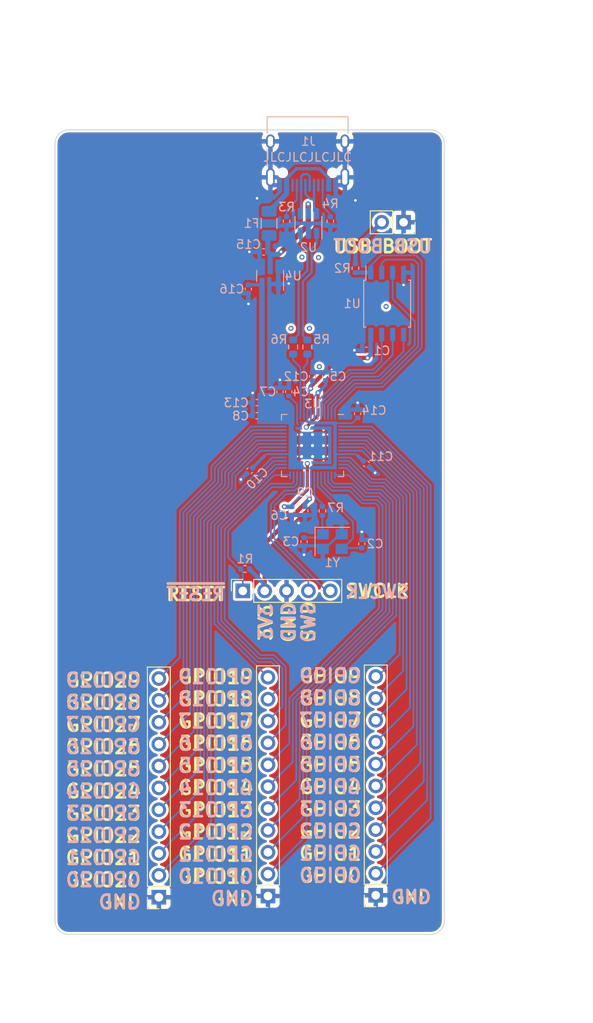
<source format=kicad_pcb>
(kicad_pcb (version 20211014) (generator pcbnew)
  (layers (0 "F.Cu" signal) (31 "B.Cu" signal) (34 "B.Paste" user) (35 "F.Paste" user) (36 "B.SilkS" user "B.Silkscreen") (37 "F.SilkS" user "F.Silkscreen") (38 "B.Mask" user) (39 "F.Mask" user) (44 "Edge.Cuts" user))
  (net 0 "")
  (net 1 "+3V3")
  (net 2 "GND")
  (net 3 "XTAL_IN")
  (net 4 "/XTAL_O")
  (net 5 "+1V1")
  (net 6 "+5V")
  (net 7 "VBUS")
  (net 8 "/CC1")
  (net 9 "D_USB_P")
  (net 10 "D_USB_N")
  (net 12 "/CC2")
  (net 14 "~{RESET}")
  (net 15 "SWD")
  (net 16 "SWCLK")
  (net 17 "/GPIO10")
  (net 18 "/GPIO11")
  (net 19 "/GPIO12")
  (net 20 "/GPIO13")
  (net 21 "/GPIO14")
  (net 22 "/GPIO15")
  (net 23 "/GPIO16")
  (net 24 "/GPIO17")
  (net 25 "/GPIO18")
  (net 26 "/GPIO19")
  (net 27 "/GPIO0")
  (net 28 "/GPIO1")
  (net 29 "/GPIO2")
  (net 30 "/GPIO3")
  (net 31 "/GPIO4")
  (net 32 "/GPIO5")
  (net 33 "/GPIO6")
  (net 34 "/GPIO7")
  (net 35 "/GPIO8")
  (net 36 "/GPIO9")
  (net 37 "/~{USB_BOOT}")
  (net 38 "CS")
  (net 39 "D_P")
  (net 40 "/D_+")
  (net 41 "D_N")
  (net 42 "/D_-")
  (net 43 "XTAL_OUT")
  (net 44 "SD1")
  (net 45 "SD2")
  (net 46 "SD0")
  (net 47 "QSPI_CLK")
  (net 48 "SD3")
  (net 49 "/GPIO20")
  (net 50 "/GPIO21")
  (net 51 "/GPIO22")
  (net 52 "/GPIO23")
  (net 53 "/GPIO24")
  (net 54 "/GPIO25")
  (net 55 "/GPIO26")
  (net 56 "/GPIO27")
  (net 57 "/GPIO28")
  (net 58 "/GPIO29")
  (footprint "Connector_PinSocket_2.54mm:PinSocket_1x11_P2.54mm_Vertical" (layer "F.Cu") (at 208.6995 119.275625 180)
    (fp_text reference "J5" hide)
    (fp_text value "Conn_01x11")
  )
  (footprint "Connector_PinSocket_2.54mm:PinSocket_1x11_P2.54mm_Vertical" (layer "F.Cu") (at 183.515 119.507 180)
    (fp_text reference "J3" hide)
    (fp_text value "Conn_01x11")
  )
  (footprint "Connector_PinSocket_2.54mm:PinSocket_1x05_P2.54mm_Vertical" (layer "F.Cu") (at 193.26225 83.931125 90)
    (fp_text reference "J2" hide)
    (fp_text value "SWD")
  )
  (footprint "Connector_PinSocket_2.54mm:PinSocket_1x02_P2.54mm_Vertical" (layer "F.Cu") (at 211.93125 41.132125 -90)
    (fp_text reference "SW1" hide)
    (fp_text value "SW_Push")
  )
  (footprint "Connector_PinSocket_2.54mm:PinSocket_1x11_P2.54mm_Vertical" (layer "F.Cu") (at 196.18325 119.364125 180)
    (fp_text reference "J4" hide)
    (fp_text value "Conn_01x11")
  )
  (footprint "Capacitor_SMD:C_0402_1005Metric" (layer "B.Cu") (at 198.59625 60.817125 90)
    (fp_text reference "C4")
    (fp_text value "1uF")
  )
  (footprint "Package_TO_SOT_SMD:SOT-23" (layer "B.Cu") (at 196.43675 47.368125 90)
    (fp_text reference "U4")
    (fp_text value "XC6206PxxxMR-Regulator_Linear")
  )
  (footprint "Resistor_SMD:R_0603_1608Metric" (layer "B.Cu") (at 199.10425 55.610125 -90)
    (fp_text reference "R6")
    (fp_text value "27R")
  )
  (footprint "Fuse:Fuse_1206_3216Metric" (layer "B.Cu") (at 196.31025 41.259125 -90)
    (fp_text reference "F1")
    (fp_text value "500mA")
  )
  (footprint "Resistor_SMD:R_0402_1005Metric" (layer "B.Cu") (at 198.34225 41.005125 -90)
    (fp_text reference "R3")
    (fp_text value "5k1")
  )
  (footprint "Resistor_SMD:R_0402_1005Metric" (layer "B.Cu") (at 203.42225 41.005125 -90)
    (fp_text reference "R4")
    (fp_text value "5k1")
  )
  (footprint "Capacitor_SMD:C_0402_1005Metric" (layer "B.Cu") (at 194.056 69.977 -135)
    (fp_text reference "C10")
    (fp_text value "100nF")
  )
  (footprint "Capacitor_SMD:C_0402_1005Metric" (layer "B.Cu") (at 197.58025 60.817125 90)
    (fp_text reference "C7")
    (fp_text value "1uF")
  )
  (footprint "Capacitor_SMD:C_0402_1005Metric" (layer "B.Cu") (at 193.89675 48.879125 90)
    (fp_text reference "C16")
    (fp_text value "1uF")
  )
  (footprint "Capacitor_SMD:C_0402_1005Metric" (layer "B.Cu") (at 201.362 59.023357 90)
    (fp_text reference "C12")
    (fp_text value "100nF")
  )
  (footprint "Capacitor_SMD:C_0402_1005Metric" (layer "B.Cu") (at 195.67475 44.574125)
    (fp_text reference "C15")
    (fp_text value "1uF")
  )
  (footprint "Capacitor_SMD:C_0402_1005Metric" (layer "B.Cu") (at 200.473 74.644357 -90)
    (fp_text reference "C9")
    (fp_text value "100nF")
  )
  (footprint "Capacitor_SMD:C_0402_1005Metric" (layer "B.Cu") (at 206.59725 63.357125 90)
    (fp_text reference "C14")
    (fp_text value "100nF")
  )
  (footprint "Package_TO_SOT_SMD:SOT-23-6" (layer "B.Cu") (at 200.88225 41.259125 90)
    (fp_text reference "U2")
    (fp_text value "USBLC6-2SC6")
  )
  (footprint "Capacitor_SMD:C_0402_1005Metric" (layer "B.Cu") (at 198.949 74.644357 -90)
    (fp_text reference "C6")
    (fp_text value "100nF")
  )
  (footprint "Resistor_SMD:R_0402_1005Metric" (layer "B.Cu") (at 206.34325 46.466125 -90)
    (fp_text reference "R2")
    (fp_text value "1k")
  )
  (footprint "Capacitor_SMD:C_0402_1005Metric" (layer "B.Cu") (at 202.886 59.023357 90)
    (fp_text reference "C5")
    (fp_text value "100nF")
  )
  (footprint "Capacitor_SMD:C_0402_1005Metric" (layer "B.Cu") (at 207.61325 55.991125 180)
    (fp_text reference "C1")
    (fp_text value "100nF")
  )
  (footprint "Capacitor_SMD:C_0402_1005Metric" (layer "B.Cu") (at 207.077 78.470125 -90)
    (fp_text reference "C2")
    (fp_text value "22pF")
  )
  (footprint "Capacitor_SMD:C_0402_1005Metric" (layer "B.Cu") (at 194.885 63.595357 180)
    (fp_text reference "C8")
    (fp_text value "100nF")
  )
  (footprint "Capacitor_SMD:C_0402_1005Metric" (layer "B.Cu") (at 200.37425 78.216125 90)
    (fp_text reference "C3")
    (fp_text value "22pF")
  )
  (footprint "Resistor_SMD:R_0603_1608Metric" (layer "B.Cu") (at 200.75525 55.610125 -90)
    (fp_text reference "R5")
    (fp_text value "27R")
  )
  (footprint "Sleep-Lib:RP2040-QFN-56" (layer "B.Cu") (at 201.362 67.056107 180)
    (fp_text reference "U3")
    (fp_text value "RP2040")
  )
  (footprint "Crystal:Crystal_SMD_3225-4Pin_3.2x2.5mm" (layer "B.Cu") (at 203.648 78.200357)
    (fp_text reference "Y1")
    (fp_text value "12MHz")
  )
  (footprint "Package_SO:SOIC-8_5.23x5.23mm_P1.27mm" (layer "B.Cu") (at 210.02625 50.574125 -90)
    (fp_text reference "U1")
    (fp_text value "W25Q128JVS")
  )
  (footprint "Resistor_SMD:R_0402_1005Metric" (layer "B.Cu") (at 193.51625 81.391125 180)
    (fp_text reference "R1")
    (fp_text value "10k")
  )
  (footprint "Capacitor_SMD:C_0402_1005Metric" (layer "B.Cu") (at 207.61325 69.199125 -45)
    (fp_text reference "C11")
    (fp_text value "100nF")
  )
  (footprint "Connector_USB:USB_C_Receptacle_HRO_TYPE-C-31-M-12" (layer "B.Cu") (at 200.787 32.781875)
    (fp_text reference "J1")
    (fp_text value "USB_C_Receptacle_USB2.0")
  )
  (footprint "Resistor_SMD:R_0402_1005Metric" (layer "B.Cu") (at 202.505 74.644357 90)
    (fp_text reference "R7")
    (fp_text value "1k")
  )
  (footprint "Capacitor_SMD:C_0402_1005Metric" (layer "B.Cu") (at 194.885 62.071357 180)
    (fp_text reference "C13")
    (fp_text value "100nF")
  )
  (gr_line (start 171.45 122.2375) (end 171.45 31.988125) (layer "Edge.Cuts") (width 0.1))
  (gr_arc (start 216.662 122.2375) (mid 216.197032 123.360032) (end 215.0745 123.825) (layer "Edge.Cuts") (width 0.1))
  (gr_line (start 215.0745 30.400625) (end 173.0375 30.400625) (layer "Edge.Cuts") (width 0.1))
  (gr_line (start 216.662 31.988125) (end 216.662 122.2375) (layer "Edge.Cuts") (width 0.1))
  (gr_arc (start 171.45 31.988125) (mid 171.914968 30.865593) (end 173.0375 30.400625) (layer "Edge.Cuts") (width 0.1))
  (gr_arc (start 173.0375 123.825) (mid 171.914968 123.360032) (end 171.45 122.2375) (layer "Edge.Cuts") (width 0.1))
  (gr_arc (start 215.0745 30.400625) (mid 216.197032 30.865593) (end 216.662 31.988125) (layer "Edge.Cuts") (width 0.1))
  (gr_line (start 173.0375 123.825) (end 215.0745 123.825) (layer "Edge.Cuts") (width 0.1))
  (gr_text "SWCLK" (at 208.88325 84.058125) (layer "B.SilkS") (effects (font (size 1.5 1.5) (thickness 0.3)) (justify mirror)))
  (gr_text "GPIO9\nGPIO8\nGPIO7\nGPIO6\nGPIO5\nGPIO4\nGPIO3\nGPIO2\nGPIO1\nGPIO0" (at 203.42225 105.394125) (layer "B.SilkS") (effects (font (size 1.6 1.6) (thickness 0.3)) (justify mirror)))
  (gr_text "GND" (at 212.82025 119.491125) (layer "B.SilkS") (effects (font (size 1.5 1.5) (thickness 0.3)) (justify mirror)))
  (gr_text "GND" (at 198.59625 87.487125 90) (layer "B.SilkS") (effects (font (size 1.5 1.5) (thickness 0.3)) (justify mirror)))
  (gr_text "GPIO19\nGPIO18\nGPIO17\nGPIO16\nGPIO15\nGPIO14\nGPIO13\nGPIO12\nGPIO11\nGPIO10\nGND" (at 194.65925 106.791125) (layer "B.SilkS") (effects (font (size 1.6 1.6) (thickness 0.3)) (justify left mirror)))
  (gr_text "3V3" (at 195.92925 87.487125 90) (layer "B.SilkS") (effects (font (size 1.5 1.5) (thickness 0.3)) (justify mirror)))
  (gr_text "SWD" (at 200.88225 87.614125 90) (layer "B.SilkS") (effects (font (size 1.5 1.5) (thickness 0.3)) (justify mirror)))
  (gr_text "USB BOOT" (at 209.51825 43.926125) (layer "B.SilkS") (effects (font (size 1.5 1.5) (thickness 0.3)) (justify mirror)))
  (gr_text "JLCJLCJLCJLC" (at 200.787 33.575625) (layer "B.SilkS") (effects (font (size 1 1))))
  (gr_text "~{RESET}" (at 187.80125 84.312125) (layer "B.SilkS") (effects (font (size 1.5 1.5) (thickness 0.3)) (justify mirror)))
  (gr_text "GPIO29\nGPIO28\nGPIO27\nGPIO26\nGPIO25\nGPIO24\nGPIO23\nGPIO22\nGPIO21\nGPIO20\nGND" (at 181.61 107.188) (layer "B.SilkS") (effects (font (size 1.6 1.6) (thickness 0.3)) (justify left mirror)))
  (gr_text "GND" (at 212.82025 119.491125) (layer "F.SilkS") (effects (font (size 1.5 1.5) (thickness 0.3))))
  (gr_text "GPIO19\nGPIO18\nGPIO17\nGPIO16\nGPIO15\nGPIO14\nGPIO13\nGPIO12\nGPIO11\nGPIO10\nGND" (at 194.65925 106.791125) (layer "F.SilkS") (effects (font (size 1.6 1.6) (thickness 0.3)) (justify right)))
  (gr_text "SWCLK" (at 208.88325 83.931125) (layer "F.SilkS") (effects (font (size 1.5 1.5) (thickness 0.3))))
  (gr_text "GND" (at 198.59625 87.614125 90) (layer "F.SilkS") (effects (font (size 1.5 1.5) (thickness 0.3))))
  (gr_text "3V3" (at 195.92925 87.614125 90) (layer "F.SilkS") (effects (font (size 1.5 1.5) (thickness 0.3))))
  (gr_text "~{RESET}" (at 187.80125 84.312125) (layer "F.SilkS") (effects (font (size 1.5 1.5) (thickness 0.3))))
  (gr_text "USB BOOT" (at 209.51825 43.926125) (layer "F.SilkS") (effects (font (size 1.5 1.5) (thickness 0.3))))
  (gr_text "SWD" (at 200.88225 87.487124 90) (layer "F.SilkS") (effects (font (size 1.5 1.5) (thickness 0.3))))
  (gr_text "GPIO29\nGPIO28\nGPIO27\nGPIO26\nGPIO25\nGPIO24\nGPIO23\nGPIO22\nGPIO21\nGPIO20\nGND" (at 181.61 107.188) (layer "F.SilkS") (effects (font (size 1.6 1.6) (thickness 0.3)) (justify right)))
  (gr_text "GPIO9\nGPIO8\nGPIO7\nGPIO6\nGPIO5\nGPIO4\nGPIO3\nGPIO2\nGPIO1\nGPIO0" (at 203.42225 105.394125) (layer "F.SilkS") (effects (font (size 1.6 1.6) (thickness 0.3))))
  (via (at 201.00925 53.451125) (size 0.6) (drill 0.3) (layers "F.Cu" "B.Cu") (net 0))
  (via (at 202.05065 45.221525) (size 0.6) (drill 0.3) (layers "F.Cu" "B.Cu") (net 0))
  (via (at 209.89925 50.911125) (size 0.6) (drill 0.3) (layers "F.Cu" "B.Cu") (net 0))
  (via (at 198.85025 53.451125) (size 0.6) (drill 0.3) (layers "F.Cu" "B.Cu") (net 0))
  (via (at 200.13075 45.170725) (size 0.6) (drill 0.3) (layers "F.Cu" "B.Cu") (net 0))
  (via (at 202.15225 57.896125) (size 0.6) (drill 0.3) (layers "F.Cu" "B.Cu") (net 0))
  (segment (start 201.00925 73.263125) (end 195.929261 78.343114) (width 0.5) (layer "F.Cu") (net 1))
  (segment (start 201.13625 60.182125) (end 204.43825 56.880125) (width 0.5) (layer "F.Cu") (net 1))
  (segment (start 204.43825 56.880125) (end 207.74025 56.880125) (width 0.5) (layer "F.Cu") (net 1))
  (segment (start 201.13625 60.436125) (end 201.13625 60.182125) (width 0.5) (layer "F.Cu") (net 1))
  (segment (start 195.929261 78.343114) (end 195.929261 78.343125) (width 0.5) (layer "F.Cu") (net 1))
  (segment (start 195.80225 78.470136) (end 195.80225 83.931125) (width 0.5) (layer "F.Cu") (net 1))
  (segment (start 195.929261 78.343125) (end 195.80225 78.470136) (width 0.5) (layer "F.Cu") (net 1))
  (via (at 207.74025 56.880125) (size 0.6) (drill 0.3) (layers "F.Cu" "B.Cu") (net 1))
  (via (at 201.13625 60.436125) (size 0.6) (drill 0.3) (layers "F.Cu" "B.Cu") (net 1))
  (via (at 201.00925 73.263125) (size 0.6) (drill 0.3) (layers "F.Cu" "B.Cu") (net 1))
  (segment (start 195.976893 68.056107) (end 195.722875 68.310125) (width 0.2) (layer "B.Cu") (net 1))
  (segment (start 195.48675 48.305625) (end 195.48675 61.005625) (width 0.635) (layer "B.Cu") (net 1))
  (segment (start 208.09325 55.991125) (end 208.09325 54.202125) (width 0.5) (layer "B.Cu") (net 1))
  (segment (start 201.13625 60.436125) (end 200.98385 60.588525) (width 0.2) (layer "B.Cu") (net 1))
  (segment (start 197.9245 68.056107) (end 195.976893 68.056107) (width 0.2) (layer "B.Cu") (net 1))
  (segment (start 199.162 63.618607) (end 198.762 63.218607) (width 0.2) (layer "B.Cu") (net 1))
  (segment (start 195.365 62.071357) (end 195.365 63.595357) (width 0.381) (layer "B.Cu") (net 1))
  (segment (start 201.162 70.493607) (end 201.162 69.764357) (width 0.2) (layer "B.Cu") (net 1))
  (segment (start 200.762 63.618607) (end 200.762 64.212357) (width 0.2) (layer "B.Cu") (net 1))
  (segment (start 195.80225 83.167125) (end 194.02625 81.391125) (width 0.5) (layer "B.Cu") (net 1))
  (segment (start 206.59725 68.255607) (end 206.39775 68.056107) (width 0.2) (layer "B.Cu") (net 1))
  (segment (start 201.162 73.110375) (end 201.162 70.493607) (width 0.2) (layer "B.Cu") (net 1))
  (segment (start 200.98385 60.588525) (end 200.98385 62.703507) (width 0.2) (layer "B.Cu") (net 1))
  (segment (start 197.9245 64.456107) (end 198.79375 64.456107) (width 0.2) (layer "B.Cu") (net 1))
  (segment (start 198.762 63.618607) (end 198.762 62.478875) (width 0.2) (layer "B.Cu") (net 1))
  (segment (start 201.13625 60.436125) (end 201.13625 60.024107) (width 0.2) (layer "B.Cu") (net 1))
  (segment (start 206.59725 68.255607) (end 206.641732 68.255607) (width 0.381) (layer "B.Cu") (net 1))
  (segment (start 199.162 64.144357) (end 199.162 63.618607) (width 0.2) (layer "B.Cu") (net 1))
  (segment (start 198.822 64.484357) (end 199.162 64.144357) (width 0.2) (layer "B.Cu") (net 1))
  (segment (start 201.162 63.618607) (end 201.162 64.474375) (width 0.2) (layer "B.Cu") (net 1))
  (segment (start 198.762 64.417357) (end 198.695 64.484357) (width 0.2) (layer "B.Cu") (net 1))
  (segment (start 195.66 63.595357) (end 195.365 63.595357) (width 0.381) (layer "B.Cu") (net 1))
  (segment (start 193.89675 48.371125) (end 195.42125 48.371125) (width 0.381) (layer "B.Cu") (net 1))
  (segment (start 201.00925 73.263125) (end 201.162 73.110375) (width 0.2) (layer "B.Cu") (net 1))
  (segment (start 201.13625 60.024107) (end 201.362 59.798357) (width 0.2) (layer "B.Cu") (net 1))
  (segment (start 195.80225 83.931125) (end 195.80225 83.167125) (width 0.5) (layer "B.Cu") (net 1))
  (segment (start 197.9245 64.456107) (end 196.52075 64.456107) (width 0.2) (layer "B.Cu") (net 1))
  (segment (start 198.762 63.618607) (end 198.762 64.417357) (width 0.2) (layer "B.Cu") (net 1))
  (segment (start 197.9245 68.056107) (end 198.80625 68.056107) (width 0.2) (layer "B.Cu") (net 1))
  (segment (start 203.632232 64.456107) (end 203.54925 64.373125) (width 0.2) (layer "B.Cu") (net 1))
  (segment (start 204.7995 68.056107) (end 204.04475 68.056107) (width 0.2) (layer "B.Cu") (net 1))
  (segment (start 207.74025 56.880125) (end 208.09325 56.527125) (width 0.5) (layer "B.Cu") (net 1))
  (segment (start 201.162 62.887357) (end 201.162 63.618607) (width 0.2) (layer "B.Cu") (net 1))
  (segment (start 205.978268 64.456107) (end 206.59725 63.837125) (width 0.2) (layer "B.Cu") (net 1))
  (segment (start 204.7995 64.456107) (end 203.632232 64.456107) (width 0.2) (layer "B.Cu") (net 1))
  (segment (start 208.09325 56.527125) (end 208.09325 55.991125) (width 0.5) (layer "B.Cu") (net 1))
  (segment (start 196.52075 64.456107) (end 195.66 63.595357) (width 0.2) (layer "B.Cu") (net 1))
  (segment (start 201.162 64.474375) (end 201.13625 64.500125) (width 0.2) (layer "B.Cu") (net 1))
  (segment (start 200.981 62.706357) (end 201.162 62.887357) (width 0.2) (layer "B.Cu") (net 1))
  (segment (start 206.641732 68.255607) (end 207.23225 68.846125) (width 0.381) (layer "B.Cu") (net 1))
  (segment (start 204.04475 68.056107) (end 204.029 68.040357) (width 0.2) (layer "B.Cu") (net 1))
  (segment (start 200.98385 62.703507) (end 200.981 62.706357) (width 0.2) (layer "B.Cu") (net 1))
  (segment (start 200.473 73.799375) (end 200.473 74.164357) (width 0.5) (layer "B.Cu") (net 1))
  (segment (start 201.00925 73.263125) (end 200.473 73.799375) (width 0.5) (layer "B.Cu") (net 1))
  (segment (start 197.58025 61.297125) (end 195.53475 61.297125) (width 0.5) (layer "B.Cu") (net 1))
  (segment (start 198.762 62.478875) (end 197.58025 61.297125) (width 0.2) (layer "B.Cu") (net 1))
  (segment (start 200.762 63.618607) (end 200.762 62.925357) (width 0.2) (layer "B.Cu") (net 1))
  (segment (start 195.722875 68.310125) (end 194.395411 69.637589) (width 0.381) (layer "B.Cu") (net 1))
  (segment (start 204.7995 64.456107) (end 205.978268 64.456107) (width 0.2) (layer "B.Cu") (net 1))
  (segment (start 206.39775 68.056107) (end 204.7995 68.056107) (width 0.2) (layer "B.Cu") (net 1))
  (segment (start 198.79375 64.456107) (end 198.822 64.484357) (width 0.2) (layer "B.Cu") (net 1))
  (segment (start 200.762 62.925357) (end 200.981 62.706357) (width 0.2) (layer "B.Cu") (net 1))
  (segment (start 200.087 65.781107) (end 202.637 65.781107) (width 0.635) (layer "F.Cu") (net 2))
  (segment (start 200.087 68.331107) (end 200.087 65.781107) (width 0.635) (layer "F.Cu") (net 2))
  (segment (start 202.637 68.331107) (end 202.637 65.781107) (width 0.635) (layer "F.Cu") (net 2))
  (segment (start 200.387 68.031107) (end 200.087 68.331107) (width 0.635) (layer "F.Cu") (net 2))
  (segment (start 200.087 67.056107) (end 202.637 67.056107) (width 0.635) (layer "F.Cu") (net 2))
  (segment (start 202.637 68.331107) (end 202.337 68.031107) (width 0.635) (layer "F.Cu") (net 2))
  (segment (start 201.362 65.781107) (end 201.362 68.331107) (width 0.635) (layer "F.Cu") (net 2))
  (segment (start 202.337 68.031107) (end 200.387 68.031107) (width 0.635) (layer "F.Cu") (net 2))
  (via (at 206.59725 62.087125) (size 0.6) (drill 0.3) (layers "F.Cu" "B.Cu") (net 2))
  (via (at 197.58025 59.420125) (size 0.6) (drill 0.3) (layers "F.Cu" "B.Cu") (net 2))
  (via (at 198.59625 48.244125) (size 0.6) (drill 0.3) (layers "F.Cu" "B.Cu") (net 2))
  (via (at 199.73925 76.057125) (size 0.6) (drill 0.3) (layers "F.Cu" "B.Cu") (net 2))
  (via (at 194.40525 60.944125) (size 0.6) (drill 0.3) (layers "F.Cu" "B.Cu") (net 2))
  (via (at 193.92265 50.606325) (size 0.6) (drill 0.3) (layers "F.Cu" "B.Cu") (net 2))
  (via (at 206.34325 38.592125) (size 0.6) (drill 0.3) (layers "F.Cu" "B.Cu") (net 2))
  (via (at 211.93125 48.415125) (size 0.6) (drill 0.3) (layers "F.Cu" "B.Cu") (net 2))
  (via (at 207.077 77.073125) (size 0.6) (drill 0.3) (layers "F.Cu" "B.Cu") (net 2))
  (via (at 194.91325 38.338125) (size 0.6) (drill 0.3) (layers "F.Cu" "B.Cu") (net 2))
  (via (at 194.02425 44.561125) (size 0.6) (drill 0.3) (layers "F.Cu" "B.Cu") (net 2))
  (via (at 206.21625 55.991125) (size 0.6) (drill 0.3) (layers "F.Cu" "B.Cu") (net 2))
  (via (at 200.37425 79.740125) (size 0.6) (drill 0.3) (layers "F.Cu" "B.Cu") (net 2))
  (via (at 208.62925 70.215125) (size 0.6) (drill 0.3) (layers "F.Cu" "B.Cu") (net 2))
  (via (at 193.04 70.993) (size 0.6) (drill 0.3) (layers "F.Cu" "B.Cu") (net 2))
  (segment (start 198.59825 41.259125) (end 198.34225 41.515125) (width 0.381) (layer "B.Cu") (net 2))
  (segment (start 207.13325 55.991125) (end 206.21625 55.991125) (width 0.5) (layer "B.Cu") (net 2))
  (segment (start 194.405 62.071357) (end 194.405 63.595357) (width 0.381) (layer "B.Cu") (net 2))
  (segment (start 204.81925 38.592125) (end 206.34325 38.592125) (width 0.381) (layer "B.Cu") (net 2))
  (segment (start 200.407249 41.259125) (end 203.16625 41.259125) (width 0.381) (layer "B.Cu") (net 2))
  (segment (start 207.077 76.365351) (end 207.077 77.073125) (width 0.2) (layer "B.Cu") (net 2))
  (segment (start 200.88225 41.259125) (end 200.88225 41.734126) (width 0.381) (layer "B.Cu") (net 2))
  (segment (start 204.037 37.809875) (end 204.81925 38.592125) (width 0.381) (layer "B.Cu") (net 2))
  (segment (start 204.037 36.826875) (end 204.037 37.809875) (width 0.381) (layer "B.Cu") (net 2))
  (segment (start 193.04 70.993) (end 193.716589 70.316411) (width 0.2) (layer "B.Cu") (net 2))
  (segment (start 196.94525 38.211125) (end 196.81825 38.338125) (width 0.381) (layer "B.Cu") (net 2))
  (segment (start 200.88225 41.734126) (end 200.407249 41.259125) (width 0.381) (layer "B.Cu") (net 2))
  (segment (start 197.537 37.619375) (end 196.94525 38.211125) (width 0.381) (layer "B.Cu") (net 2))
  (segment (start 193.89675 49.359125) (end 193.89675 50.580425) (width 0.381) (layer "B.Cu") (net 2))
  (segment (start 195.19475 44.574125) (end 194.03725 44.574125) (width 0.5) (layer "B.Cu") (net 2))
  (segment (start 200.88225 42.396625) (end 200.88225 41.734126) (width 0.381) (layer "B.Cu") (net 2))
  (segment (start 197.38675 48.305625) (end 198.53475 48.305625) (width 0.5) (layer "B.Cu") (net 2))
  (segment (start 197.58025 60.337125) (end 197.58025 59.420125) (width 0.2) (layer "B.Cu") (net 2))
  (segment (start 200.88225 41.734126) (end 201.357251 41.259125) (width 0.381) (layer "B.Cu") (net 2))
  (segment (start 203.16625 41.259125) (end 203.42225 41.515125) (width 0.381) (layer "B.Cu") (net 2))
  (segment (start 202.794978 79.050357) (end 204.494978 77.350357) (width 0.254) (layer "B.Cu") (net 2))
  (segment (start 202.362 71.650351) (end 207.077 76.365351) (width 0.2) (layer "B.Cu") (net 2))
  (segment (start 194.03725 44.574125) (end 194.02425 44.561125) (width 0.5) (layer "B.Cu") (net 2))
  (segment (start 197.537 36.826875) (end 197.537 37.619375) (width 0.381) (layer "B.Cu") (net 2))
  (segment (start 200.407249 41.259125) (end 198.59825 41.259125) (width 0.381) (layer "B.Cu") (net 2))
  (segment (start 200.37425 78.696125) (end 200.37425 79.740125) (width 0.381) (layer "B.Cu") (net 2))
  (segment (start 202.362 70.493607) (end 202.362 71.650351) (width 0.2) (layer "B.Cu") (net 2))
  (segment (start 194.40525 60.944125) (end 194.40525 62.071107) (width 0.381) (layer "B.Cu") (net 2))
  (segment (start 200.37425 78.696125) (end 202.193768 78.696125) (width 0.381) (layer "B.Cu") (net 2))
  (segment (start 206.59725 62.877125) (end 206.59725 62.087125) (width 0.381) (layer "B.Cu") (net 2))
  (segment (start 207.952661 69.538536) (end 208.62925 70.215125) (width 0.381) (layer "B.Cu") (net 2))
  (segment (start 211.93125 46.974125) (end 211.93125 48.415125) (width 0.381) (layer "B.Cu") (net 2))
  (segment (start 193.89675 50.580425) (end 193.92265 50.606325) (width 0.381) (layer "B.Cu") (net 2))
  (segment (start 196.81825 38.338125) (end 194.91325 38.338125) (width 0.381) (layer "B.Cu") (net 2))
  (segment (start 202.886 58.543357) (end 201.362 58.543357) (width 0.5) (layer "B.Cu") (net 2))
  (segment (start 198.53475 48.305625) (end 198.59625 48.244125) (width 0.5) (layer "B.Cu") (net 2))
  (segment (start 207.077 77.073125) (end 207.077 77.990125) (width 0.381) (layer "B.Cu") (net 2))
  (segment (start 201.962 70.493607) (end 201.962 71.815357) (width 0.2) (layer "B.Cu") (net 3))
  (segment (start 206.061 75.914357) (end 206.061 77.819357) (width 0.2) (layer "B.Cu") (net 3))
  (segment (start 201.962 71.815357) (end 206.061 75.914357) (width 0.2) (layer "B.Cu") (net 3))
  (segment (start 207.077 78.950125) (end 204.848232 78.950125) (width 0.2) (layer "B.Cu") (net 3))
  (segment (start 206.061 77.819357) (end 204.83 79.050357) (width 0.2) (layer "B.Cu") (net 3))
  (segment (start 200.37425 77.736125) (end 202.162232 77.736125) (width 0.2) (layer "B.Cu") (net 4))
  (segment (start 202.505 77.307357) (end 202.505 75.154357) (width 0.2) (layer "B.Cu") (net 4))
  (segment (start 200.75525 69.155607) (end 200.75525 72.203107) (width 0.381) (layer "F.Cu") (net 5))
  (segment (start 200.62825 64.918357) (end 201.997 63.549607) (width 0.381) (layer "F.Cu") (net 5))
  (segment (start 198.806232 74.152125) (end 198.08825 74.152125) (width 0.381) (layer "F.Cu") (net 5))
  (segment (start 200.75525 72.203107) (end 198.806232 74.152125) (width 0.381) (layer "F.Cu") (net 5))
  (segment (start 201.997 63.549607) (end 201.997 60.928357) (width 0.381) (layer "F.Cu") (net 5))
  (via (at 200.62825 64.918357) (size 0.6) (drill 0.35) (layers "F.Cu" "B.Cu") (net 5))
  (via (at 201.997 60.928357) (size 0.6) (drill 0.3) (layers "F.Cu" "B.Cu") (net 5))
  (via (at 198.08825 74.152125) (size 0.6) (drill 0.3) (layers "F.Cu" "B.Cu") (net 5))
  (via (at 200.75525 69.155607) (size 0.6) (drill 0.35) (layers "F.Cu" "B.Cu") (net 5))
  (segment (start 200.762 72.056357) (end 200.762 70.493607) (width 0.2) (layer "B.Cu") (net 5))
  (segment (start 198.08825 74.152125) (end 198.100482 74.164357) (width 0.5) (layer "B.Cu") (net 5))
  (segment (start 201.562 61.363357) (end 201.562 63.618607) (width 0.2) (layer "B.Cu") (net 5))
  (segment (start 199.562 63.618607) (end 199.562 64.462357) (width 0.2) (layer "B.Cu") (net 5))
  (segment (start 198.100482 74.164357) (end 198.949 74.164357) (width 0.5) (layer "B.Cu") (net 5))
  (segment (start 199.562 62.262875) (end 198.59625 61.297125) (width 0.2) (layer "B.Cu") (net 5))
  (segment (start 199.562 63.618607) (end 199.562 62.262875) (width 0.2) (layer "B.Cu") (net 5))
  (segment (start 199.562 64.462357) (end 199.711 64.611357) (width 0.2) (layer "B.Cu") (net 5))
  (segment (start 198.949 73.869357) (end 200.762 72.056357) (width 0.2) (layer "B.Cu") (net 5))
  (segment (start 201.997 60.928357) (end 202.886 60.039357) (width 0.381) (layer "B.Cu") (net 5))
  (segment (start 202.886 60.039357) (end 202.886 59.798357) (width 0.381) (layer "B.Cu") (net 5))
  (segment (start 201.997 60.928357) (end 201.562 61.363357) (width 0.2) (layer "B.Cu") (net 5))
  (segment (start 200.863473 41.417331) (end 200.863473 39.013534) (width 0.635) (layer "F.Cu") (net 6))
  (segment (start 197.719679 44.561125) (end 200.863473 41.417331) (width 0.635) (layer "F.Cu") (net 6))
  (segment (start 197.70725 44.561125) (end 197.719679 44.561125) (width 0.635) (layer "F.Cu") (net 6))
  (via (at 197.70725 44.561125) (size 0.6) (drill 0.3) (layers "F.Cu" "B.Cu") (net 6))
  (via (at 200.863473 39.013534) (size 0.6) (drill 0.3) (layers "F.Cu" "B.Cu") (net 6))
  (segment (start 196.43675 46.430625) (end 196.43675 44.856125) (width 0.6) (layer "B.Cu") (net 6))
  (segment (start 197.41225 44.856125) (end 196.43675 44.856125) (width 0.6) (layer "B.Cu") (net 6))
  (segment (start 200.88225 39.032311) (end 200.863473 39.013534) (width 0.381) (layer "B.Cu") (net 6))
  (segment (start 196.15475 44.574125) (end 196.15475 42.814625) (width 0.6) (layer "B.Cu") (net 6))
  (segment (start 197.70725 44.561125) (end 197.41225 44.856125) (width 0.6) (layer "B.Cu") (net 6))
  (segment (start 196.43675 44.856125) (end 196.15475 44.574125) (width 0.6) (layer "B.Cu") (net 6))
  (segment (start 200.88225 40.121625) (end 200.88225 39.032311) (width 0.381) (layer "B.Cu") (net 6))
  (segment (start 198.337 36.057375) (end 199.48525 34.909125) (width 0.381) (layer "B.Cu") (net 7))
  (segment (start 203.237 35.993875) (end 203.237 36.826875) (width 0.381) (layer "B.Cu") (net 7))
  (segment (start 202.15225 34.909125) (end 203.237 35.993875) (width 0.381) (layer "B.Cu") (net 7))
  (segment (start 199.48525 34.909125) (end 202.15225 34.909125) (width 0.381) (layer "B.Cu") (net 7))
  (segment (start 198.337 37.832375) (end 196.31025 39.859125) (width 0.6) (layer "B.Cu") (net 7))
  (segment (start 198.337 36.826875) (end 198.337 37.832375) (width 0.6) (layer "B.Cu") (net 7))
  (segment (start 198.337 36.826875) (end 198.337 36.057375) (width 0.381) (layer "B.Cu") (net 7))
  (segment (start 198.34225 39.735125) (end 198.34225 40.495125) (width 0.2) (layer "B.Cu") (net 8))
  (segment (start 199.537 38.540375) (end 198.34225 39.735125) (width 0.2) (layer "B.Cu") (net 8))
  (segment (start 199.537 36.826875) (end 199.537 38.540375) (width 0.2) (layer "B.Cu") (net 8))
  (segment (start 201.83225 40.121625) (end 201.537 39.826375) (width 0.254) (layer "B.Cu") (net 9))
  (segment (start 201.537 38.445375) (end 201.127478 38.445375) (width 0.254) (layer "B.Cu") (net 9))
  (segment (start 201.127478 38.445375) (end 200.537 37.854897) (width 0.254) (layer "B.Cu") (net 9))
  (segment (start 201.537 39.826375) (end 201.537 38.445375) (width 0.254) (layer "B.Cu") (net 9))
  (segment (start 201.537 38.445375) (end 201.537 36.826875) (width 0.254) (layer "B.Cu") (net 9))
  (segment (start 200.537 37.854897) (end 200.537 36.826875) (width 0.254) (layer "B.Cu") (net 9))
  (segment (start 201.037 35.798853) (end 201.037 36.826875) (width 0.254) (layer "B.Cu") (net 10))
  (segment (start 200.037 40.016875) (end 200.037 36.826875) (width 0.254) (layer "B.Cu") (net 10))
  (segment (start 200.037 35.798853) (end 200.291728 35.544125) (width 0.254) (layer "B.Cu") (net 10))
  (segment (start 200.782272 35.544125) (end 201.037 35.798853) (width 0.254) (layer "B.Cu") (net 10))
  (segment (start 200.037 36.826875) (end 200.037 35.798853) (width 0.254) (layer "B.Cu") (net 10))
  (segment (start 200.291728 35.544125) (end 200.782272 35.544125) (width 0.254) (layer "B.Cu") (net 10))
  (segment (start 203.42225 40.180125) (end 203.42225 40.495125) (width 0.2) (layer "B.Cu") (net 12))
  (segment (start 203.42225 40.180125) (end 202.537 39.294875) (width 0.2) (layer "B.Cu") (net 12))
  (segment (start 202.537 39.294875) (end 202.537 36.826875) (width 0.2) (layer "B.Cu") (net 12))
  (segment (start 199.562 71.465381) (end 199.142736 71.884645) (width 0.2) (layer "B.Cu") (net 14))
  (segment (start 191.55833 80.070205) (end 192.87925 81.391125) (width 0.2) (layer "B.Cu") (net 14))
  (segment (start 191.55833 76.960081) (end 191.55833 80.070205) (width 0.2) (layer "B.Cu") (net 14))
  (segment (start 199.562 70.493607) (end 199.562 71.465381) (width 0.2) (layer "B.Cu") (net 14))
  (segment (start 196.633766 71.884645) (end 191.55833 76.960081) (width 0.2) (layer "B.Cu") (net 14))
  (segment (start 193.26225 83.931125) (end 193.26225 81.647125) (width 0.2) (layer "B.Cu") (net 14))
  (segment (start 193.26225 81.647125) (end 193.00625 81.391125) (width 0.2) (layer "B.Cu") (net 14))
  (segment (start 199.142736 71.884645) (end 196.633766 71.884645) (width 0.2) (layer "B.Cu") (net 14))
  (segment (start 199.962 71.630387) (end 199.308222 72.284165) (width 0.2) (layer "B.Cu") (net 15))
  (segment (start 196.528761 73.876608) (end 196.528761 78.047142) (width 0.2) (layer "B.Cu") (net 15))
  (segment (start 198.121204 72.284165) (end 196.528761 73.876608) (width 0.2) (layer "B.Cu") (net 15))
  (segment (start 199.308222 72.284165) (end 198.121204 72.284165) (width 0.2) (layer "B.Cu") (net 15))
  (segment (start 200.88225 82.400631) (end 200.88225 83.931125) (width 0.2) (layer "B.Cu") (net 15))
  (segment (start 199.962 70.493607) (end 199.962 71.630387) (width 0.2) (layer "B.Cu") (net 15))
  (segment (start 196.528761 78.047142) (end 200.88225 82.400631) (width 0.2) (layer "B.Cu") (net 15))
  (segment (start 198.28669 72.683685) (end 199.473708 72.683685) (width 0.2) (layer "B.Cu") (net 16))
  (segment (start 202.97775 83.931125) (end 196.928281 77.881656) (width 0.2) (layer "B.Cu") (net 16))
  (segment (start 199.473708 72.683685) (end 200.362 71.795393) (width 0.2) (layer "B.Cu") (net 16))
  (segment (start 196.928281 77.881656) (end 196.928281 74.042094) (width 0.2) (layer "B.Cu") (net 16))
  (segment (start 196.928281 74.042094) (end 198.28669 72.683685) (width 0.2) (layer "B.Cu") (net 16))
  (segment (start 200.362 71.795393) (end 200.362 70.493607) (width 0.2) (layer "B.Cu") (net 16))
  (segment (start 204.7995 69.256107) (end 205.438382 69.256107) (width 0.2) (layer "B.Cu") (net 17))
  (segment (start 200.66529 97.197335) (end 200.66529 112.342085) (width 0.2) (layer "B.Cu") (net 17))
  (segment (start 211.0793 73.331205) (end 211.0793 86.783325) (width 0.2) (layer "B.Cu") (net 17))
  (segment (start 205.438382 69.256107) (end 207.95844 71.776165) (width 0.2) (layer "B.Cu") (net 17))
  (segment (start 207.95844 71.776165) (end 209.52426 71.776165) (width 0.2) (layer "B.Cu") (net 17))
  (segment (start 211.0793 86.783325) (end 200.66529 97.197335) (width 0.2) (layer "B.Cu") (net 17))
  (segment (start 209.52426 71.776165) (end 211.0793 73.331205) (width 0.2) (layer "B.Cu") (net 17))
  (segment (start 200.66529 112.342085) (end 196.18325 116.824125) (width 0.2) (layer "B.Cu") (net 17))
  (segment (start 200.26577 97.031849) (end 210.67978 86.617839) (width 0.2) (layer "B.Cu") (net 18))
  (segment (start 196.18325 114.284125) (end 200.26577 110.201605) (width 0.2) (layer "B.Cu") (net 18))
  (segment (start 210.67978 73.496691) (end 209.358774 72.175685) (width 0.2) (layer "B.Cu") (net 18))
  (segment (start 210.67978 86.617839) (end 210.67978 73.496691) (width 0.2) (layer "B.Cu") (net 18))
  (segment (start 200.26577 110.201605) (end 200.26577 97.031849) (width 0.2) (layer "B.Cu") (net 18))
  (segment (start 209.358774 72.175685) (end 207.792953 72.175684) (width 0.2) (layer "B.Cu") (net 18))
  (segment (start 205.273376 69.656107) (end 204.7995 69.656107) (width 0.2) (layer "B.Cu") (net 18))
  (segment (start 207.792953 72.175684) (end 205.273376 69.656107) (width 0.2) (layer "B.Cu") (net 18))
  (segment (start 210.28025 73.662167) (end 210.28025 86.452363) (width 0.2) (layer "B.Cu") (net 19))
  (segment (start 199.86625 96.866363) (end 199.86625 108.061125) (width 0.2) (layer "B.Cu") (net 19))
  (segment (start 199.86625 108.061125) (end 196.18325 111.744125) (width 0.2) (layer "B.Cu") (net 19))
  (segment (start 203.962 70.493607) (end 205.54587 70.493607) (width 0.2) (layer "B.Cu") (net 19))
  (segment (start 209.193286 72.575203) (end 210.28025 73.662167) (width 0.2) (layer "B.Cu") (net 19))
  (segment (start 207.627467 72.575203) (end 209.193286 72.575204) (width 0.2) (layer "B.Cu") (net 19))
  (segment (start 210.28025 86.452363) (end 199.86625 96.866363) (width 0.2) (layer "B.Cu") (net 19))
  (segment (start 205.54587 70.493607) (end 207.627467 72.575204) (width 0.2) (layer "B.Cu") (net 19))
  (segment (start 199.466731 96.700876) (end 199.466731 105.920644) (width 0.2) (layer "B.Cu") (net 20))
  (segment (start 205.972382 71.485125) (end 207.46198 72.974723) (width 0.2) (layer "B.Cu") (net 20))
  (segment (start 203.562 70.493607) (end 203.562 71.116875) (width 0.2) (layer "B.Cu") (net 20))
  (segment (start 209.0278 72.974723) (end 209.88073 73.827653) (width 0.2) (layer "B.Cu") (net 20))
  (segment (start 203.93025 71.485125) (end 205.972382 71.485125) (width 0.2) (layer "B.Cu") (net 20))
  (segment (start 207.46198 72.974723) (end 209.0278 72.974723) (width 0.2) (layer "B.Cu") (net 20))
  (segment (start 199.466731 105.920644) (end 196.18325 109.204125) (width 0.2) (layer "B.Cu") (net 20))
  (segment (start 209.88073 86.286877) (end 199.466731 96.700876) (width 0.2) (layer "B.Cu") (net 20))
  (segment (start 209.88073 73.827653) (end 209.88073 86.286877) (width 0.2) (layer "B.Cu") (net 20))
  (segment (start 203.562 71.116875) (end 203.93025 71.485125) (width 0.2) (layer "B.Cu") (net 20))
  (segment (start 203.764763 71.884644) (end 205.806895 71.884644) (width 0.2) (layer "B.Cu") (net 21))
  (segment (start 209.48121 73.993139) (end 209.48121 86.121391) (width 0.2) (layer "B.Cu") (net 21))
  (segment (start 199.067211 103.780164) (end 196.18325 106.664125) (width 0.2) (layer "B.Cu") (net 21))
  (segment (start 209.48121 86.121391) (end 199.067211 96.53539) (width 0.2) (layer "B.Cu") (net 21))
  (segment (start 199.067211 96.53539) (end 199.067211 103.780164) (width 0.2) (layer "B.Cu") (net 21))
  (segment (start 208.862313 73.374242) (end 209.48121 73.993139) (width 0.2) (layer "B.Cu") (net 21))
  (segment (start 207.296494 73.374242) (end 208.862313 73.374243) (width 0.2) (layer "B.Cu") (net 21))
  (segment (start 205.806895 71.884644) (end 207.296494 73.374243) (width 0.2) (layer "B.Cu") (net 21))
  (segment (start 203.162 70.493607) (end 203.162 71.281881) (width 0.2) (layer "B.Cu") (net 21))
  (segment (start 203.162 71.281881) (end 203.764763 71.884644) (width 0.2) (layer "B.Cu") (net 21))
  (segment (start 209.08169 74.158625) (end 208.696827 73.773762) (width 0.2) (layer "B.Cu") (net 22))
  (segment (start 207.131008 73.773763) (end 205.641409 72.284164) (width 0.2) (layer "B.Cu") (net 22))
  (segment (start 202.762 71.446887) (end 202.762 70.493607) (width 0.2) (layer "B.Cu") (net 22))
  (segment (start 208.696827 73.773762) (end 207.131008 73.773763) (width 0.2) (layer "B.Cu") (net 22))
  (segment (start 196.088 104.219375) (end 198.667692 101.639683) (width 0.2) (layer "B.Cu") (net 22))
  (segment (start 205.641409 72.284164) (end 203.599277 72.284164) (width 0.2) (layer "B.Cu") (net 22))
  (segment (start 203.599277 72.284164) (end 202.762 71.446887) (width 0.2) (layer "B.Cu") (net 22))
  (segment (start 209.08169 85.955905) (end 209.08169 74.158625) (width 0.2) (layer "B.Cu") (net 22))
  (segment (start 198.667692 96.369903) (end 209.08169 85.955905) (width 0.2) (layer "B.Cu") (net 22))
  (segment (start 198.667692 101.639683) (end 198.667692 96.369903) (width 0.2) (layer "B.Cu") (net 22))
  (segment (start 199.162 70.493607) (end 199.162 71.300375) (width 0.2) (layer "B.Cu") (net 23))
  (segment (start 196.46828 71.485125) (end 191.15881 76.794595) (width 0.2) (layer "B.Cu") (net 23))
  (segment (start 196.895224 91.387087) (end 198.252289 92.744152) (width 0.2) (layer "B.Cu") (net 23))
  (segment (start 198.252288 92.744152) (end 198.252288 99.515087) (width 0.2) (layer "B.Cu") (net 23))
  (segment (start 191.15881 76.794595) (end 191.15881 87.244667) (width 0.2) (layer "B.Cu") (net 23))
  (segment (start 191.15881 87.244667) (end 195.30123 91.387087) (width 0.2) (layer "B.Cu") (net 23))
  (segment (start 195.30123 91.387087) (end 196.895224 91.387087) (width 0.2) (layer "B.Cu") (net 23))
  (segment (start 198.97725 71.485125) (end 196.46828 71.485125) (width 0.2) (layer "B.Cu") (net 23))
  (segment (start 198.252288 99.515087) (end 196.088 101.679375) (width 0.2) (layer "B.Cu") (net 23))
  (segment (start 199.162 71.300375) (end 198.97725 71.485125) (width 0.2) (layer "B.Cu") (net 23))
  (segment (start 195.135743 91.786606) (end 196.729737 91.786606) (width 0.2) (layer "B.Cu") (net 24))
  (segment (start 190.75929 76.629109) (end 190.75929 87.410153) (width 0.2) (layer "B.Cu") (net 24))
  (segment (start 197.852769 97.374606) (end 196.18325 99.044125) (width 0.2) (layer "B.Cu") (net 24))
  (segment (start 198.762 70.493607) (end 196.894792 70.493607) (width 0.2) (layer "B.Cu") (net 24))
  (segment (start 196.894792 70.493607) (end 190.75929 76.629109) (width 0.2) (layer "B.Cu") (net 24))
  (segment (start 196.729737 91.786606) (end 197.852769 92.909638) (width 0.2) (layer "B.Cu") (net 24))
  (segment (start 197.852769 92.909638) (end 197.852769 97.374606) (width 0.2) (layer "B.Cu") (net 24))
  (segment (start 190.75929 87.410153) (end 195.135743 91.786606) (width 0.2) (layer "B.Cu") (net 24))
  (segment (start 197.9245 69.656107) (end 197.167286 69.656107) (width 0.2) (layer "B.Cu") (net 25))
  (segment (start 190.35977 76.463623) (end 190.35977 87.575639) (width 0.2) (layer "B.Cu") (net 25))
  (segment (start 196.56425 92.186125) (end 197.45325 93.075125) (width 0.2) (layer "B.Cu") (net 25))
  (segment (start 197.167286 69.656107) (end 190.35977 76.463623) (width 0.2) (layer "B.Cu") (net 25))
  (segment (start 194.970256 92.186125) (end 196.56425 92.186125) (width 0.2) (layer "B.Cu") (net 25))
  (segment (start 197.45325 95.234125) (end 196.215 96.472375) (width 0.2) (layer "B.Cu") (net 25))
  (segment (start 190.35977 87.575639) (end 194.970256 92.186125) (width 0.2) (layer "B.Cu") (net 25))
  (segment (start 197.45325 93.075125) (end 197.45325 95.234125) (width 0.2) (layer "B.Cu") (net 25))
  (segment (start 189.96025 87.741125) (end 196.0245 93.805375) (width 0.2) (layer "B.Cu") (net 26))
  (segment (start 189.96025 76.298137) (end 189.96025 87.741125) (width 0.2) (layer "B.Cu") (net 26))
  (segment (start 197.00228 69.256107) (end 189.96025 76.298137) (width 0.2) (layer "B.Cu") (net 26))
  (segment (start 197.9245 69.256107) (end 197.00228 69.256107) (width 0.2) (layer "B.Cu") (net 26))
  (segment (start 204.7995 64.856107) (end 208.254982 64.856107) (width 0.2) (layer "B.Cu") (net 27))
  (segment (start 215.0745 71.675625) (end 215.0745 110.360625) (width 0.2) (layer "B.Cu") (net 27))
  (segment (start 215.0745 110.360625) (end 208.7245 116.710625) (width 0.2) (layer "B.Cu") (net 27))
  (segment (start 208.254982 64.856107) (end 215.0745 71.675625) (width 0.2) (layer "B.Cu") (net 27))
  (segment (start 208.089976 65.256107) (end 214.67498 71.841111) (width 0.2) (layer "B.Cu") (net 28))
  (segment (start 214.67498 71.841111) (end 214.67498 108.220145) (width 0.2) (layer "B.Cu") (net 28))
  (segment (start 214.67498 108.220145) (end 208.7245 114.170625) (width 0.2) (layer "B.Cu") (net 28))
  (segment (start 204.7995 65.256107) (end 208.089976 65.256107) (width 0.2) (layer "B.Cu") (net 28))
  (segment (start 214.27546 72.006597) (end 214.27546 106.079665) (width 0.2) (layer "B.Cu") (net 29))
  (segment (start 204.7995 65.656107) (end 207.92497 65.656107) (width 0.2) (layer "B.Cu") (net 29))
  (segment (start 214.27546 106.079665) (end 208.7245 111.630625) (width 0.2) (layer "B.Cu") (net 29))
  (segment (start 207.92497 65.656107) (end 214.27546 72.006597) (width 0.2) (layer "B.Cu") (net 29))
  (segment (start 213.87594 72.172083) (end 213.87594 103.939185) (width 0.2) (layer "B.Cu") (net 30))
  (segment (start 207.759964 66.056107) (end 213.87594 72.172083) (width 0.2) (layer "B.Cu") (net 30))
  (segment (start 213.87594 103.939185) (end 208.7245 109.090625) (width 0.2) (layer "B.Cu") (net 30))
  (segment (start 204.7995 66.056107) (end 207.759964 66.056107) (width 0.2) (layer "B.Cu") (net 30))
  (segment (start 207.594958 66.456107) (end 213.47642 72.337569) (width 0.2) (layer "B.Cu") (net 31))
  (segment (start 213.47642 72.337569) (end 213.47642 101.798705) (width 0.2) (layer "B.Cu") (net 31))
  (segment (start 204.7995 66.456107) (end 207.594958 66.456107) (width 0.2) (layer "B.Cu") (net 31))
  (segment (start 213.47642 101.798705) (end 208.7245 106.550625) (width 0.2) (layer "B.Cu") (net 31))
  (segment (start 213.0769 72.503055) (end 209.13761 68.563765) (width 0.2) (layer "B.Cu") (net 32))
  (segment (start 208.7245 104.010625) (end 213.0769 99.658225) (width 0.2) (layer "B.Cu") (net 32))
  (segment (start 207.428752 66.855627) (end 206.85125 66.855627) (width 0.2) (layer "B.Cu") (net 32))
  (segment (start 213.0769 99.658225) (end 213.0769 72.503055) (width 0.2) (layer "B.Cu") (net 32))
  (segment (start 206.85125 66.855627) (end 206.85077 66.856107) (width 0.2) (layer "B.Cu") (net 32))
  (segment (start 209.13761 68.563765) (end 209.13689 68.563765) (width 0.2) (layer "B.Cu") (net 32))
  (segment (start 206.85077 66.856107) (end 204.7995 66.856107) (width 0.2) (layer "B.Cu") (net 32))
  (segment (start 209.13689 68.563765) (end 207.428752 66.855627) (width 0.2) (layer "B.Cu") (net 32))
  (segment (start 212.67738 72.669261) (end 212.67738 97.517745) (width 0.2) (layer "B.Cu") (net 33))
  (segment (start 207.264226 67.256107) (end 212.67738 72.669261) (width 0.2) (layer "B.Cu") (net 33))
  (segment (start 204.7995 67.256107) (end 207.264226 67.256107) (width 0.2) (layer "B.Cu") (net 33))
  (segment (start 212.67738 97.517745) (end 208.7245 101.470625) (width 0.2) (layer "B.Cu") (net 33))
  (segment (start 208.7245 98.930625) (end 212.27786 95.377265) (width 0.2) (layer "B.Cu") (net 34))
  (segment (start 212.27786 95.377265) (end 212.27786 72.834747) (width 0.2) (layer "B.Cu") (net 34))
  (segment (start 206.958272 67.656107) (end 204.7995 67.656107) (width 0.2) (layer "B.Cu") (net 34))
  (segment (start 207.09874 67.655627) (end 206.958752 67.655627) (width 0.2) (layer "B.Cu") (net 34))
  (segment (start 206.958752 67.655627) (end 206.958272 67.656107) (width 0.2) (layer "B.Cu") (net 34))
  (segment (start 212.27786 72.834747) (end 207.09874 67.655627) (width 0.2) (layer "B.Cu") (net 34))
  (segment (start 205.768394 68.456107) (end 204.7995 68.456107) (width 0.2) (layer "B.Cu") (net 35))
  (segment (start 208.289412 70.977125) (end 205.768394 68.456107) (width 0.2) (layer "B.Cu") (net 35))
  (segment (start 208.7245 96.390625) (end 211.87834 93.236785) (width 0.2) (layer "B.Cu") (net 35))
  (segment (start 209.855232 70.977125) (end 208.289412 70.977125) (width 0.2) (layer "B.Cu") (net 35))
  (segment (start 211.87834 73.000233) (end 209.855232 70.977125) (width 0.2) (layer "B.Cu") (net 35))
  (segment (start 211.87834 93.236785) (end 211.87834 73.000233) (width 0.2) (layer "B.Cu") (net 35))
  (segment (start 211.47882 91.305055) (end 211.47882 73.165719) (width 0.2) (layer "B.Cu") (net 36))
  (segment (start 208.7245 94.059375) (end 211.47882 91.305055) (width 0.2) (layer "B.Cu") (net 36))
  (segment (start 205.603868 68.856587) (end 204.94625 68.856587) (width 0.2) (layer "B.Cu") (net 36))
  (segment (start 211.47882 73.165719) (end 209.689746 71.376645) (width 0.2) (layer "B.Cu") (net 36))
  (segment (start 208.123926 71.376645) (end 205.603868 68.856587) (width 0.2) (layer "B.Cu") (net 36))
  (segment (start 209.689746 71.376645) (end 208.123926 71.376645) (width 0.2) (layer "B.Cu") (net 36))
  (segment (start 206.34325 44.180125) (end 209.39125 41.132125) (width 0.5) (layer "B.Cu") (net 37))
  (segment (start 206.34325 45.956125) (end 206.34325 44.180125) (width 0.5) (layer "B.Cu") (net 37))
  (segment (start 206.4272 60.256205) (end 209.488191 60.256202) (width 0.2) (layer "B.Cu") (net 38))
  (segment (start 208.12125 46.155119) (end 208.12125 46.974125) (width 0.2) (layer "B.Cu") (net 38))
  (segment (start 214.032039 55.712354) (end 214.032039 45.630039) (width 0.2) (layer "B.Cu") (net 38))
  (segment (start 214.032039 45.630039) (end 213.36 44.958) (width 0.2) (layer "B.Cu") (net 38))
  (segment (start 203.962 62.721405) (end 206.4272 60.256205) (width 0.2) (layer "B.Cu") (net 38))
  (segment (start 203.962 63.618607) (end 203.962 62.721405) (width 0.2) (layer "B.Cu") (net 38))
  (segment (start 213.36 44.958) (end 209.318369 44.958) (width 0.2) (layer "B.Cu") (net 38))
  (segment (start 206.34325 46.972125) (end 208.11925 46.972125) (width 0.5) (layer "B.Cu") (net 38))
  (segment (start 209.488191 60.256202) (end 214.032039 55.712354) (width 0.2) (layer "B.Cu") (net 38))
  (segment (start 209.318369 44.958) (end 208.12125 46.155119) (width 0.2) (layer "B.Cu") (net 38))
  (segment (start 200.24525 54.275125) (end 200.24525 47.967507) (width 0.254) (layer "B.Cu") (net 39))
  (segment (start 200.24525 47.967507) (end 201.26125 46.951507) (width 0.254) (layer "B.Cu") (net 39))
  (segment (start 201.26125 46.951507) (end 201.26125 44.180125) (width 0.254) (layer "B.Cu") (net 39))
  (segment (start 201.26125 44.180125) (end 201.83225 43.609125) (width 0.254) (layer "B.Cu") (net 39))
  (segment (start 201.83225 43.609125) (end 201.83225 42.396625) (width 0.254) (layer "B.Cu") (net 39))
  (segment (start 200.75525 54.785125) (end 200.24525 54.275125) (width 0.254) (layer "B.Cu") (net 39))
  (segment (start 200.362 63.618607) (end 200.36152 63.618127) (width 0.2) (layer "B.Cu") (net 40))
  (segment (start 200.75525 57.502395) (end 200.75525 56.435125) (width 0.2) (layer "B.Cu") (net 40))
  (segment (start 200.36152 57.896125) (end 200.75525 57.502395) (width 0.2) (layer "B.Cu") (net 40))
  (segment (start 200.36152 63.618127) (end 200.36152 57.896125) (width 0.2) (layer "B.Cu") (net 40))
  (segment (start 200.75725 46.742743) (end 200.75725 44.180125) (width 0.254) (layer "B.Cu") (net 41))
  (segment (start 199.10425 54.785125) (end 199.74125 54.148125) (width 0.254) (layer "B.Cu") (net 41))
  (segment (start 200.75725 44.180125) (end 199.93225 43.355125) (width 0.254) (layer "B.Cu") (net 41))
  (segment (start 199.74125 47.758743) (end 200.75725 46.742743) (width 0.254) (layer "B.Cu") (net 41))
  (segment (start 199.74125 54.148125) (end 199.74125 47.758743) (width 0.254) (layer "B.Cu") (net 41))
  (segment (start 199.93225 43.355125) (end 199.93225 42.396625) (width 0.254) (layer "B.Cu") (net 41))
  (segment (start 199.10425 57.134125) (end 199.10425 56.435125) (width 0.2) (layer "B.Cu") (net 42))
  (segment (start 199.962 57.991875) (end 199.10425 57.134125) (width 0.2) (layer "B.Cu") (net 42))
  (segment (start 199.962 63.618607) (end 199.962 57.991875) (width 0.2) (layer "B.Cu") (net 42))
  (segment (start 202.505 73.819357) (end 201.562 72.876357) (width 0.2) (layer "B.Cu") (net 43))
  (segment (start 202.505 74.134357) (end 202.505 73.819357) (width 0.2) (layer "B.Cu") (net 43))
  (segment (start 201.562 72.876357) (end 201.562 70.493607) (width 0.2) (layer "B.Cu") (net 43))
  (segment (start 206.261714 59.856685) (end 209.322704 59.856683) (width 0.2) (layer "B.Cu") (net 44))
  (segment (start 203.562 63.618607) (end 203.562 62.556399) (width 0.2) (layer "B.Cu") (net 44))
  (segment (start 209.322704 59.856683) (end 213.63252 55.546867) (width 0.2) (layer "B.Cu") (net 44))
  (segment (start 213.63252 45.99252) (end 213.106 45.466) (width 0.2) (layer "B.Cu") (net 44))
  (segment (start 203.562 62.556399) (end 206.261714 59.856685) (width 0.2) (layer "B.Cu") (net 44))
  (segment (start 209.804 45.466) (end 209.39125 45.87875) (width 0.2) (layer "B.Cu") (net 44))
  (segment (start 213.106 45.466) (end 209.804 45.466) (width 0.2) (layer "B.Cu") (net 44))
  (segment (start 209.39125 45.87875) (end 209.39125 46.974125) (width 0.2) (layer "B.Cu") (net 44))
  (segment (start 213.63252 55.546867) (end 213.63252 45.99252) (width 0.2) (layer "B.Cu") (net 44))
  (segment (start 203.162 63.618607) (end 203.162 62.391393) (width 0.2) (layer "B.Cu") (net 45))
  (segment (start 203.162 62.391393) (end 206.096228 59.457165) (width 0.2) (layer "B.Cu") (net 45))
  (segment (start 209.157217 59.457164) (end 213.233 55.381381) (width 0.2) (layer "B.Cu") (net 45))
  (segment (start 213.233 55.381381) (end 213.233 52.593875) (width 0.2) (layer "B.Cu") (net 45))
  (segment (start 206.096228 59.457165) (end 209.157217 59.457164) (width 0.2) (layer "B.Cu") (net 45))
  (segment (start 210.66125 50.022125) (end 210.66125 46.974125) (width 0.2) (layer "B.Cu") (net 45))
  (segment (start 213.233 52.593875) (end 210.66125 50.022125) (width 0.2) (layer "B.Cu") (net 45))
  (segment (start 202.762 63.618607) (end 202.762 62.226387) (width 0.2) (layer "B.Cu") (net 46))
  (segment (start 205.930742 59.057645) (end 208.99173 59.057645) (width 0.2) (layer "B.Cu") (net 46))
  (segment (start 202.762 62.226387) (end 205.930742 59.057645) (width 0.2) (layer "B.Cu") (net 46))
  (segment (start 208.99173 59.057645) (end 211.93125 56.118125) (width 0.2) (layer "B.Cu") (net 46))
  (segment (start 211.93125 56.118125) (end 211.93125 54.174125) (width 0.2) (layer "B.Cu") (net 46))
  (segment (start 210.66125 56.54675) (end 210.66125 54.174125) (width 0.2) (layer "B.Cu") (net 47))
  (segment (start 205.765256 58.658125) (end 208.549875 58.658125) (width 0.2) (layer "B.Cu") (net 47))
  (segment (start 202.362 63.618607) (end 202.362 62.061381) (width 0.2) (layer "B.Cu") (net 47))
  (segment (start 208.549875 58.658125) (end 210.66125 56.54675) (width 0.2) (layer "B.Cu") (net 47))
  (segment (start 202.362 62.061381) (end 205.765256 58.658125) (width 0.2) (layer "B.Cu") (net 47))
  (segment (start 201.962 61.896375) (end 201.962 63.618607) (width 0.2) (layer "B.Cu") (net 48))
  (segment (start 208.384389 58.258605) (end 205.59977 58.258605) (width 0.2) (layer "B.Cu") (net 48))
  (segment (start 209.39125 54.174125) (end 209.39125 57.251744) (width 0.2) (layer "B.Cu") (net 48))
  (segment (start 205.59977 58.258605) (end 201.962 61.896375) (width 0.2) (layer "B.Cu") (net 48))
  (segment (start 209.39125 57.251744) (end 208.384389 58.258605) (width 0.2) (layer "B.Cu") (net 48))
  (segment (start 196.837274 68.856107) (end 189.56073 76.132651) (width 0.2) (layer "B.Cu") (net 49))
  (segment (start 197.9245 68.856107) (end 196.837274 68.856107) (width 0.2) (layer "B.Cu") (net 49))
  (segment (start 189.56073 110.92127) (end 183.515 116.967) (width 0.2) (layer "B.Cu") (net 49))
  (segment (start 189.56073 76.132651) (end 189.56073 110.92127) (width 0.2) (layer "B.Cu") (net 49))
  (segment (start 189.161211 75.967164) (end 189.161211 108.780789) (width 0.2) (layer "B.Cu") (net 50))
  (segment (start 189.161211 108.780789) (end 183.515 114.427) (width 0.2) (layer "B.Cu") (net 50))
  (segment (start 196.672268 68.456107) (end 189.161211 75.967164) (width 0.2) (layer "B.Cu") (net 50))
  (segment (start 197.9245 68.456107) (end 196.672268 68.456107) (width 0.2) (layer "B.Cu") (net 50))
  (segment (start 188.761692 75.801677) (end 188.761692 106.640308) (width 0.2) (layer "B.Cu") (net 51))
  (segment (start 192.405 72.158369) (end 188.761692 75.801677) (width 0.2) (layer "B.Cu") (net 51))
  (segment (start 192.405 70.612) (end 192.405 72.158369) (width 0.2) (layer "B.Cu") (net 51))
  (segment (start 188.761692 106.640308) (end 183.515 111.887) (width 0.2) (layer "B.Cu") (net 51))
  (segment (start 197.9245 67.656107) (end 195.360893 67.656107) (width 0.2) (layer "B.Cu") (net 51))
  (segment (start 195.360893 67.656107) (end 192.405 70.612) (width 0.2) (layer "B.Cu") (net 51))
  (segment (start 192.00548 71.992883) (end 192.005481 70.446513) (width 0.2) (layer "B.Cu") (net 52))
  (segment (start 188.362172 75.636191) (end 192.00548 71.992883) (width 0.2) (layer "B.Cu") (net 52))
  (segment (start 192.005481 70.446513) (end 195.195887 67.256107) (width 0.2) (layer "B.Cu") (net 52))
  (segment (start 188.362172 104.499828) (end 188.362172 75.636191) (width 0.2) (layer "B.Cu") (net 52))
  (segment (start 195.195887 67.256107) (end 197.9245 67.256107) (width 0.2) (layer "B.Cu") (net 52))
  (segment (start 183.515 109.347) (end 188.362172 104.499828) (width 0.2) (layer "B.Cu") (net 52))
  (segment (start 187.962653 102.359347) (end 183.515 106.807) (width 0.2) (layer "B.Cu") (net 53))
  (segment (start 187.962653 75.470704) (end 187.962653 102.359347) (width 0.2) (layer "B.Cu") (net 53))
  (segment (start 197.9245 66.856107) (end 195.030881 66.856107) (width 0.2) (layer "B.Cu") (net 53))
  (segment (start 191.60596 70.281028) (end 191.60596 71.827397) (width 0.2) (layer "B.Cu") (net 53))
  (segment (start 191.60596 71.827397) (end 187.962653 75.470704) (width 0.2) (layer "B.Cu") (net 53))
  (segment (start 195.030881 66.856107) (end 191.60596 70.281028) (width 0.2) (layer "B.Cu") (net 53))
  (segment (start 183.515 104.267) (end 187.563133 100.218867) (width 0.2) (layer "B.Cu") (net 54))
  (segment (start 191.20644 70.115542) (end 194.865875 66.456107) (width 0.2) (layer "B.Cu") (net 54))
  (segment (start 187.563133 75.305218) (end 191.20644 71.661911) (width 0.2) (layer "B.Cu") (net 54))
  (segment (start 191.20644 71.661911) (end 191.20644 70.115542) (width 0.2) (layer "B.Cu") (net 54))
  (segment (start 194.865875 66.456107) (end 197.9245 66.456107) (width 0.2) (layer "B.Cu") (net 54))
  (segment (start 187.563133 100.218867) (end 187.563133 75.305218) (width 0.2) (layer "B.Cu") (net 54))
  (segment (start 190.80692 69.950056) (end 190.80692 71.496425) (width 0.2) (layer "B.Cu") (net 55))
  (segment (start 190.80692 71.496425) (end 187.163614 75.139731) (width 0.2) (layer "B.Cu") (net 55))
  (segment (start 187.163614 98.078386) (end 183.515 101.727) (width 0.2) (layer "B.Cu") (net 55))
  (segment (start 194.700869 66.056107) (end 190.80692 69.950056) (width 0.2) (layer "B.Cu") (net 55))
  (segment (start 187.163614 75.139731) (end 187.163614 98.078386) (width 0.2) (layer "B.Cu") (net 55))
  (segment (start 197.9245 66.056107) (end 194.700869 66.056107) (width 0.2) (layer "B.Cu") (net 55))
  (segment (start 186.764094 74.974245) (end 190.4074 71.330939) (width 0.2) (layer "B.Cu") (net 56))
  (segment (start 194.535863 65.656107) (end 197.9245 65.656107) (width 0.2) (layer "B.Cu") (net 56))
  (segment (start 190.4074 71.330939) (end 190.407401 69.784569) (width 0.2) (layer "B.Cu") (net 56))
  (segment (start 190.407401 69.784569) (end 194.535863 65.656107) (width 0.2) (layer "B.Cu") (net 56))
  (segment (start 183.515 99.187) (end 186.764094 95.937906) (width 0.2) (layer "B.Cu") (net 56))
  (segment (start 186.764094 95.937906) (end 186.764094 74.974245) (width 0.2) (layer "B.Cu") (net 56))
  (segment (start 190.00788 69.619084) (end 190.00788 71.165453) (width 0.2) (layer "B.Cu") (net 57))
  (segment (start 186.364574 74.808759) (end 186.364574 93.797426) (width 0.2) (layer "B.Cu") (net 57))
  (segment (start 194.370857 65.256107) (end 190.00788 69.619084) (width 0.2) (layer "B.Cu") (net 57))
  (segment (start 190.00788 71.165453) (end 186.364574 74.808759) (width 0.2) (layer "B.Cu") (net 57))
  (segment (start 197.9245 65.256107) (end 194.370857 65.256107) (width 0.2) (layer "B.Cu") (net 57))
  (segment (start 186.364574 93.797426) (end 183.515 96.647) (width 0.2) (layer "B.Cu") (net 57))
  (segment (start 183.515 94.107) (end 185.965054 91.656946) (width 0.2) (layer "B.Cu") (net 58))
  (segment (start 194.205851 64.856107) (end 197.9245 64.856107) (width 0.2) (layer "B.Cu") (net 58))
  (segment (start 189.60836 70.999967) (end 189.608361 69.453597) (width 0.2) (layer "B.Cu") (net 58))
  (segment (start 185.965055 74.643272) (end 189.60836 70.999967) (width 0.2) (layer "B.Cu") (net 58))
  (segment (start 185.965054 91.656946) (end 185.965055 74.643272) (width 0.2) (layer "B.Cu") (net 58))
  (segment (start 189.608361 69.453597) (end 194.205851 64.856107) (width 0.2) (layer "B.Cu") (net 58))
  (zone (net 2) (net_name "GND") (layers F&B.Cu) (connect_pads (clearance 0.3)) (min_thickness 0.3) (fill yes (thermal_gap 0.508) (thermal_bridge_width 0.508))
    (polygon (pts (xy 233.934 134.125625) (xy 165.06825 134.125625) (xy 165.06825 15.319375) (xy 233.934 15.319375)))
  )
  (zone (net 0) (net_name "") (layer "B.Cu") (priority 2) (connect_pads yes (clearance 0.15)) (min_thickness 0.15) (fill yes (thermal_gap 0.508) (thermal_bridge_width 0.508))
    (polygon (pts (xy 199.368 65.218357) (xy 202.968 65.218357) (xy 202.968 68.618357) (xy 200.368 68.618357) (xy 200.368 69.418357) (xy 201.168 69.418357) (xy 201.168 69.218357) (xy 203.568 69.218357) (xy 203.568 64.818357) (xy 200.768 64.818357) (xy 200.768 64.618357) (xy 200.368 64.618357) (xy 200.368 64.218357) (xy 199.368 64.218357)))
  )
  (zone (net 1) (net_name "+3V3") (layer "B.Cu") (name "3v3") (priority 1) (connect_pads yes (clearance 0.15)) (min_thickness 0.15) (fill yes (thermal_gap 0.508) (thermal_bridge_width 0.508))
    (polygon (pts (xy 194.945 60.96) (xy 194.91325 64.627125) (xy 198.59625 64.627125) (xy 198.568 69.818357) (xy 204.168 69.818357) (xy 204.168 64.218357) (xy 201.368 64.218357) (xy 200.69999 64.103035) (xy 197.83425 60.944125)))
  )
)
</source>
